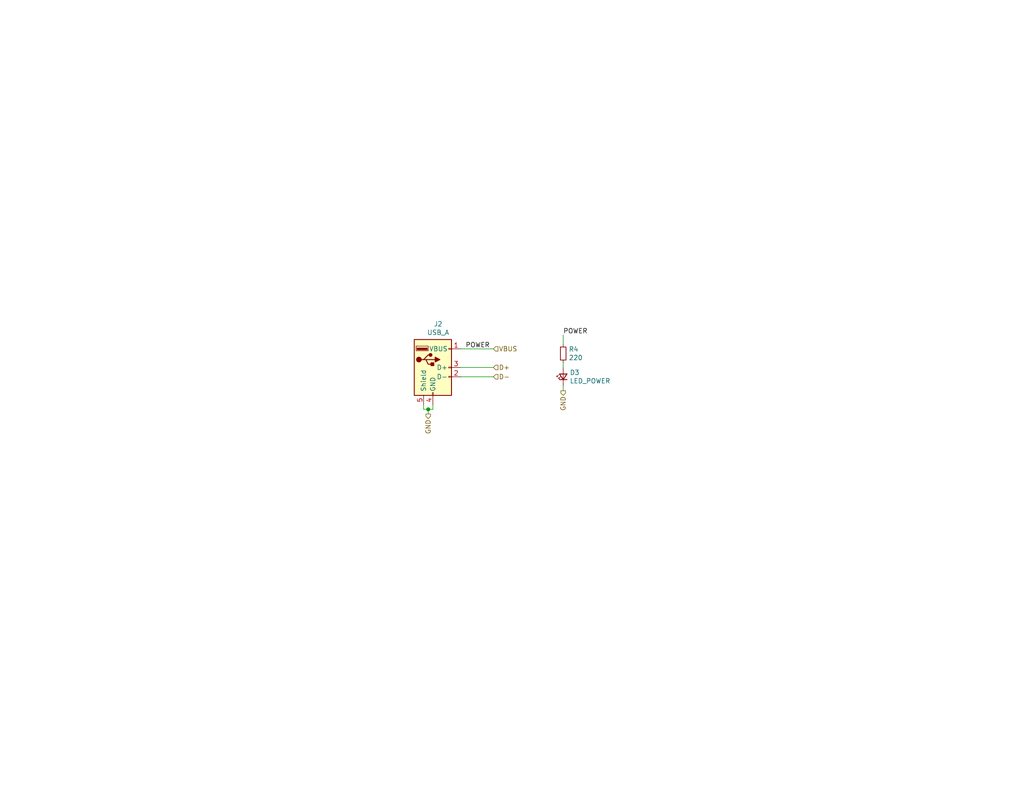
<source format=kicad_sch>
(kicad_sch (version 20211123) (generator eeschema)
  (paper "USLetter")
  (title_block (date "2021-06-15"))
  (lib_symbols
    (symbol "Connector:USB_A" (pin_names (offset 1.016))
      (property "Reference" "J" (at -5.08 11.43 0))
      (property "Value" "USB_A" (at -5.08 8.89 0))
      (symbol "USB_A_0_1"
        (rectangle (start -5.08 -7.62) (end 5.08 7.62) (stroke (width 0.254)) (fill (type background)))
        (circle (center -3.81 2.159) (radius 0.635) (stroke (width 0.254)) (fill (type outline)))
        (rectangle (start -1.524 4.826) (end -4.318 5.334) (fill (type outline)))
        (rectangle (start -1.27 4.572) (end -4.572 5.842))
        (circle (center -0.635 3.429) (radius 0.381) (stroke (width 0.254)) (fill (type outline)))
        (rectangle (start -0.127 -7.62) (end 0.127 -6.858))
        (polyline (pts (xy -3.175 2.159) (xy -2.54 2.159) (xy -1.27 3.429) (xy -0.635 3.429)) (stroke (width 0.254)))
        (polyline (pts (xy -2.54 2.159) (xy -1.905 2.159) (xy -1.27 0.889) (xy 0 0.889)) (stroke (width 0.254)))
        (polyline (pts (xy 0.635 2.794) (xy 0.635 1.524) (xy 1.905 2.159) (xy 0.635 2.794)) (stroke (width 0.254)) (fill (type outline)))
        (rectangle (start 0.254 1.27) (end -0.508 0.508) (stroke (width 0.254)) (fill (type outline)))
        (rectangle (start 5.08 -2.667) (end 4.318 -2.413))
        (rectangle (start 5.08 -0.127) (end 4.318 0.127))
        (rectangle (start 5.08 4.953) (end 4.318 5.207))
      )
      (symbol "USB_A_1_1"
        (polyline (pts (xy -1.905 2.159) (xy 0.635 2.159)) (stroke (width 0.254)))
        (pin power_in line (at 7.62 5.08 180) (length 2.54) (name "VBUS") (number "1"))
        (pin bidirectional line (at 7.62 -2.54 180) (length 2.54) (name "D-") (number "2"))
        (pin bidirectional line (at 7.62 0 180) (length 2.54) (name "D+") (number "3"))
        (pin power_in line (at 0 -10.16 90) (length 2.54) (name "GND") (number "4"))
        (pin passive line (at -2.54 -10.16 90) (length 2.54) (name "Shield") (number "5"))
      )
    )
    (symbol "Device:LED_Small" (pin_numbers hide) (pin_names (offset 0.254) hide)
      (property "Reference" "D" (at -1.27 3.175 0))
      (property "Value" "LED_Small" (at -4.445 -2.54 0))
      (symbol "LED_Small_0_1"
        (polyline (pts (xy -0.762 -1.016) (xy -0.762 1.016)) (stroke (width 0.254)))
        (polyline (pts (xy 1.016 0) (xy -0.762 0)))
        (polyline (pts (xy 0.762 -1.016) (xy -0.762 0) (xy 0.762 1.016) (xy 0.762 -1.016)) (stroke (width 0.254)))
        (polyline (pts (xy 0 0.762) (xy -0.508 1.27) (xy -0.254 1.27) (xy -0.508 1.27) (xy -0.508 1.016)))
        (polyline (pts (xy 0.508 1.27) (xy 0 1.778) (xy 0.254 1.778) (xy 0 1.778) (xy 0 1.524)))
      )
      (symbol "LED_Small_1_1"
        (pin passive line (at -2.54 0 0) (length 1.778) (name "K") (number "1"))
        (pin passive line (at 2.54 0 180) (length 1.778) (name "A") (number "2"))
      )
    )
    (symbol "Device:R_Small" (pin_numbers hide) (pin_names (offset 0.254) hide)
      (property "Reference" "R" (at 0.762 0.508 0))
      (property "Value" "R_Small" (at 0.762 -1.016 0))
      (symbol "R_Small_0_1"
        (rectangle (start -0.762 1.778) (end 0.762 -1.778) (stroke (width 0.2032)))
      )
      (symbol "R_Small_1_1"
        (pin passive line (at 0 2.54 270) (length 0.762) (name "~") (number "1"))
        (pin passive line (at 0 -2.54 90) (length 0.762) (name "~") (number "2"))
      )
    )
  )
  (junction (at 116.84 111.76))
  (wire (pts (xy 153.67 99.06) (xy 153.67 100.33)))
  (wire (pts (xy 118.11 111.76) (xy 118.11 110.49)))
  (wire (pts (xy 116.84 111.76) (xy 118.11 111.76)))
  (wire (pts (xy 116.84 113.03) (xy 116.84 111.76)))
  (wire (pts (xy 125.73 100.33) (xy 134.62 100.33)))
  (wire (pts (xy 153.67 105.41) (xy 153.67 106.68)))
  (wire (pts (xy 125.73 102.87) (xy 134.62 102.87)))
  (wire (pts (xy 115.57 110.49) (xy 115.57 111.76)))
  (wire (pts (xy 153.67 91.44) (xy 153.67 93.98)))
  (wire (pts (xy 115.57 111.76) (xy 116.84 111.76)))
  (wire (pts (xy 125.73 95.25) (xy 134.62 95.25)))
  (label "POWER" (at 127 95.25 0))
  (label "POWER" (at 153.67 91.44 0))
  (hierarchical_label "VBUS" (shape input) (at 134.62 95.25 0))
  (hierarchical_label "D-" (shape input) (at 134.62 102.87 0))
  (hierarchical_label "GND" (shape output) (at 153.67 106.68 270))
  (hierarchical_label "D+" (shape input) (at 134.62 100.33 0))
  (hierarchical_label "GND" (shape output) (at 116.84 113.03 270))
  (symbol (lib_id "Device:R_Small") (at 153.67 96.52 0) (unit 1)
    (property "Reference" "R4" (at 155.1686 95.3516 0) (effects (justify left)))
    (property "Value" "220" (at 155.1686 97.663 0) (effects (justify left)))
    (property "Footprint" "Resistor_SMD:R_1206_3216Metric" (effects hide))
  )
  (symbol (lib_id "Device:LED_Small") (at 153.67 102.87 90) (unit 1)
    (property "Reference" "D3" (at 155.448 101.7016 90) (effects (justify right)))
    (property "Value" "LED_POWER" (at 155.448 104.013 90) (effects (justify right)))
    (property "Footprint" "LED_SMD:LED_1206_3216Metric" (effects hide))
  )
  (symbol (lib_id "Connector:USB_A") (at 118.11 100.33 0) (unit 1)
    (property "Reference" "J2" (at 119.5578 88.4682 0))
    (property "Value" "USB_A" (at 119.5578 90.7796 0))
    (property "Footprint" "USB to UART:CONECTOR USB" (effects hide))
    (property "Datasheet" " ~" (effects hide))
  )
)
</source>
